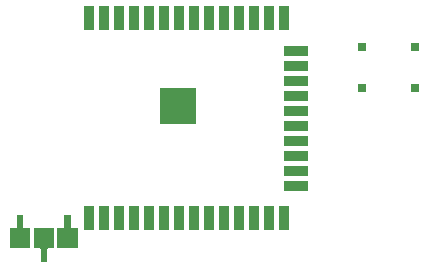
<source format=gbr>
G04 EAGLE Gerber RS-274X export*
G75*
%MOMM*%
%FSLAX34Y34*%
%LPD*%
%INSolderpaste Bottom*%
%IPPOS*%
%AMOC8*
5,1,8,0,0,1.08239X$1,22.5*%
G01*
%ADD10R,3.166009X3.164769*%
%ADD11R,0.900000X2.000000*%
%ADD12R,2.000000X0.900000*%
%ADD13R,0.700000X0.700000*%

G36*
X51315Y6429D02*
X51315Y6429D01*
X51315Y6430D01*
X51315Y16330D01*
X51317Y16377D01*
X51320Y16443D01*
X51322Y16461D01*
X51323Y16466D01*
X51324Y16471D01*
X51324Y16476D01*
X51329Y16511D01*
X51329Y16516D01*
X51330Y16521D01*
X51335Y16555D01*
X51359Y16665D01*
X51393Y16773D01*
X51436Y16877D01*
X51488Y16977D01*
X51549Y17073D01*
X51618Y17162D01*
X51694Y17246D01*
X51777Y17322D01*
X51867Y17391D01*
X51963Y17452D01*
X52063Y17504D01*
X52167Y17547D01*
X52275Y17581D01*
X52385Y17606D01*
X52497Y17620D01*
X52610Y17625D01*
X57260Y17625D01*
X57265Y17630D01*
X57265Y34630D01*
X57261Y34635D01*
X57260Y34635D01*
X40260Y34635D01*
X40255Y34631D01*
X40255Y34630D01*
X40255Y17630D01*
X40259Y17625D01*
X40260Y17625D01*
X44910Y17625D01*
X45023Y17620D01*
X45135Y17606D01*
X45245Y17581D01*
X45353Y17547D01*
X45457Y17504D01*
X45557Y17452D01*
X45653Y17391D01*
X45742Y17322D01*
X45826Y17246D01*
X45902Y17162D01*
X45971Y17073D01*
X46032Y16978D01*
X46084Y16877D01*
X46127Y16773D01*
X46161Y16665D01*
X46185Y16555D01*
X46200Y16443D01*
X46205Y16330D01*
X46205Y6430D01*
X46209Y6425D01*
X46210Y6425D01*
X51310Y6425D01*
X51315Y6429D01*
G37*
G36*
X37265Y17629D02*
X37265Y17629D01*
X37265Y17630D01*
X37265Y34630D01*
X37261Y34635D01*
X37260Y34635D01*
X32610Y34635D01*
X32540Y34638D01*
X32497Y34640D01*
X32385Y34655D01*
X32275Y34679D01*
X32167Y34713D01*
X32063Y34756D01*
X31963Y34808D01*
X31867Y34869D01*
X31778Y34938D01*
X31694Y35014D01*
X31618Y35097D01*
X31549Y35187D01*
X31488Y35283D01*
X31436Y35383D01*
X31393Y35487D01*
X31359Y35594D01*
X31335Y35705D01*
X31320Y35817D01*
X31315Y35930D01*
X31315Y45830D01*
X31311Y45835D01*
X31310Y45835D01*
X26210Y45835D01*
X26205Y45831D01*
X26205Y45830D01*
X26205Y35930D01*
X26205Y35925D01*
X26203Y35876D01*
X26200Y35817D01*
X26199Y35811D01*
X26199Y35806D01*
X26198Y35801D01*
X26194Y35766D01*
X26193Y35761D01*
X26192Y35757D01*
X26192Y35756D01*
X26192Y35752D01*
X26192Y35751D01*
X26187Y35717D01*
X26186Y35712D01*
X26186Y35707D01*
X26186Y35705D01*
X26161Y35595D01*
X26127Y35487D01*
X26084Y35383D01*
X26032Y35283D01*
X25971Y35187D01*
X25902Y35098D01*
X25826Y35014D01*
X25743Y34938D01*
X25653Y34869D01*
X25558Y34808D01*
X25457Y34756D01*
X25353Y34713D01*
X25246Y34679D01*
X25135Y34655D01*
X25023Y34640D01*
X24980Y34638D01*
X24910Y34635D01*
X20260Y34635D01*
X20255Y34631D01*
X20255Y34630D01*
X20255Y17630D01*
X20259Y17625D01*
X20260Y17625D01*
X37260Y17625D01*
X37265Y17629D01*
G37*
G36*
X77265Y17629D02*
X77265Y17629D01*
X77265Y17630D01*
X77265Y34630D01*
X77261Y34635D01*
X77260Y34635D01*
X72610Y34635D01*
X72540Y34638D01*
X72539Y34638D01*
X72497Y34640D01*
X72385Y34654D01*
X72275Y34679D01*
X72167Y34713D01*
X72063Y34756D01*
X71963Y34808D01*
X71867Y34869D01*
X71778Y34938D01*
X71694Y35014D01*
X71618Y35097D01*
X71549Y35187D01*
X71488Y35282D01*
X71436Y35383D01*
X71393Y35487D01*
X71359Y35594D01*
X71334Y35705D01*
X71320Y35817D01*
X71315Y35930D01*
X71315Y45830D01*
X71311Y45835D01*
X71310Y45835D01*
X66210Y45835D01*
X66205Y45831D01*
X66205Y45830D01*
X66205Y35930D01*
X66205Y35925D01*
X66203Y35876D01*
X66200Y35817D01*
X66199Y35811D01*
X66199Y35806D01*
X66198Y35801D01*
X66193Y35766D01*
X66193Y35761D01*
X66192Y35757D01*
X66192Y35756D01*
X66192Y35752D01*
X66191Y35752D01*
X66192Y35751D01*
X66187Y35717D01*
X66186Y35712D01*
X66186Y35707D01*
X66185Y35705D01*
X66161Y35595D01*
X66127Y35487D01*
X66084Y35383D01*
X66032Y35283D01*
X65971Y35187D01*
X65902Y35098D01*
X65826Y35014D01*
X65742Y34938D01*
X65653Y34869D01*
X65557Y34808D01*
X65457Y34756D01*
X65353Y34713D01*
X65246Y34679D01*
X65135Y34655D01*
X65023Y34640D01*
X64980Y34638D01*
X64910Y34635D01*
X60260Y34635D01*
X60255Y34631D01*
X60255Y34630D01*
X60255Y17630D01*
X60259Y17625D01*
X60260Y17625D01*
X77260Y17625D01*
X77265Y17629D01*
G37*
D10*
X162119Y138013D03*
D11*
X87100Y213000D03*
X99800Y213000D03*
X112500Y213000D03*
X125200Y213000D03*
X137900Y213000D03*
X150600Y213000D03*
X163300Y213000D03*
X176000Y213000D03*
X188700Y213000D03*
X201400Y213000D03*
X214100Y213000D03*
X226800Y213000D03*
X239500Y213000D03*
X252200Y213000D03*
D12*
X262200Y185150D03*
X262200Y172450D03*
X262200Y159750D03*
X262200Y147050D03*
X262200Y134350D03*
X262200Y121650D03*
X262200Y108950D03*
X262200Y96250D03*
X262200Y83550D03*
X262200Y70850D03*
D11*
X252200Y43000D03*
X239500Y43000D03*
X226800Y43000D03*
X214100Y43000D03*
X201400Y43000D03*
X188700Y43000D03*
X176000Y43000D03*
X163300Y43000D03*
X150600Y43000D03*
X137900Y43000D03*
X125200Y43000D03*
X112500Y43000D03*
X99800Y43000D03*
X87100Y43000D03*
D13*
X362610Y188315D03*
X318110Y188315D03*
X318110Y153315D03*
X362610Y153315D03*
M02*

</source>
